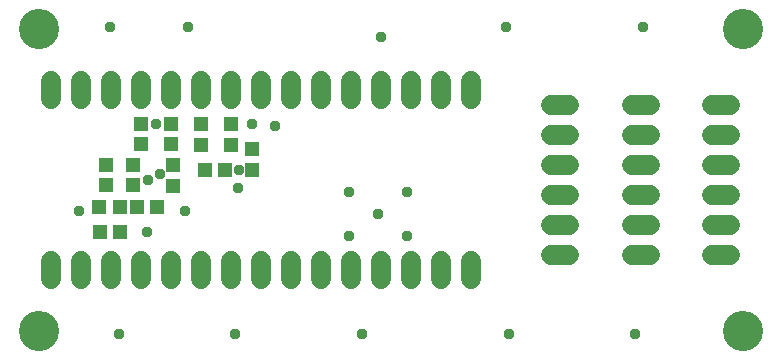
<source format=gbr>
G04 EAGLE Gerber RS-274X export*
G75*
%MOMM*%
%FSLAX34Y34*%
%LPD*%
%INSoldermask Bottom*%
%IPPOS*%
%AMOC8*
5,1,8,0,0,1.08239X$1,22.5*%
G01*
%ADD10C,3.403200*%
%ADD11R,1.283200X1.253200*%
%ADD12R,1.253200X1.283200*%
%ADD13C,1.727200*%
%ADD14R,1.203200X1.303200*%
%ADD15R,1.303200X1.203200*%
%ADD16C,0.959600*%


D10*
X27000Y283000D03*
X27000Y27000D03*
X623000Y283000D03*
X623000Y27000D03*
D11*
X113300Y202850D03*
X113300Y185350D03*
X140600Y150250D03*
X140600Y167750D03*
D12*
X95750Y132400D03*
X78250Y132400D03*
D11*
X139300Y202750D03*
X139300Y185250D03*
X164300Y202650D03*
X164300Y185150D03*
X190000Y202550D03*
X190000Y185050D03*
D13*
X393000Y86420D02*
X393000Y71180D01*
X367600Y71180D02*
X367600Y86420D01*
X342200Y86420D02*
X342200Y71180D01*
X316800Y71180D02*
X316800Y86420D01*
X291400Y86420D02*
X291400Y71180D01*
X266000Y71180D02*
X266000Y86420D01*
X240600Y86420D02*
X240600Y71180D01*
X215200Y71180D02*
X215200Y86420D01*
X189800Y86420D02*
X189800Y71180D01*
X164400Y71180D02*
X164400Y86420D01*
X139000Y86420D02*
X139000Y71180D01*
X113600Y71180D02*
X113600Y86420D01*
X88200Y86420D02*
X88200Y71180D01*
X62800Y71180D02*
X62800Y86420D01*
X37400Y86420D02*
X37400Y71180D01*
X393000Y223580D02*
X393000Y238820D01*
X367600Y238820D02*
X367600Y223580D01*
X342200Y223580D02*
X342200Y238820D01*
X316800Y238820D02*
X316800Y223580D01*
X291400Y223580D02*
X291400Y238820D01*
X266000Y238820D02*
X266000Y223580D01*
X240600Y223580D02*
X240600Y238820D01*
X215200Y238820D02*
X215200Y223580D01*
X189800Y223580D02*
X189800Y238820D01*
X164400Y238820D02*
X164400Y223580D01*
X139000Y223580D02*
X139000Y238820D01*
X113600Y238820D02*
X113600Y223580D01*
X88200Y223580D02*
X88200Y238820D01*
X62800Y238820D02*
X62800Y223580D01*
X37400Y223580D02*
X37400Y238820D01*
X461080Y91500D02*
X476320Y91500D01*
X476320Y116900D02*
X461080Y116900D01*
X461080Y142300D02*
X476320Y142300D01*
X476320Y167700D02*
X461080Y167700D01*
X461080Y193100D02*
X476320Y193100D01*
X476320Y218500D02*
X461080Y218500D01*
X529080Y91500D02*
X544320Y91500D01*
X544320Y116900D02*
X529080Y116900D01*
X529080Y142300D02*
X544320Y142300D01*
X544320Y167700D02*
X529080Y167700D01*
X529080Y193100D02*
X544320Y193100D01*
X544320Y218500D02*
X529080Y218500D01*
D14*
X110000Y132400D03*
X127000Y132400D03*
X78500Y110900D03*
X95500Y110900D03*
D15*
X106500Y151000D03*
X106500Y168000D03*
X84000Y168000D03*
X84000Y151000D03*
X207500Y164000D03*
X207500Y181000D03*
D14*
X168000Y164000D03*
X185000Y164000D03*
D13*
X597080Y218500D02*
X612320Y218500D01*
X612320Y193100D02*
X597080Y193100D01*
X597080Y167700D02*
X612320Y167700D01*
X612320Y142300D02*
X597080Y142300D01*
X597080Y116900D02*
X612320Y116900D01*
X612320Y91500D02*
X597080Y91500D01*
D16*
X207500Y202628D03*
X151000Y129000D03*
X126000Y202628D03*
X61000Y129000D03*
X87500Y285000D03*
X317000Y276500D03*
X153000Y285000D03*
X423000Y285000D03*
X95000Y25000D03*
X193000Y25000D03*
X300500Y25000D03*
X425000Y25000D03*
X532000Y25000D03*
X339000Y108000D03*
X290000Y108000D03*
X314500Y126000D03*
X290000Y145000D03*
X339000Y145000D03*
X538500Y285000D03*
X119000Y111000D03*
X129368Y160500D03*
X196000Y148000D03*
X227000Y201000D03*
X119500Y155500D03*
X196500Y164000D03*
M02*

</source>
